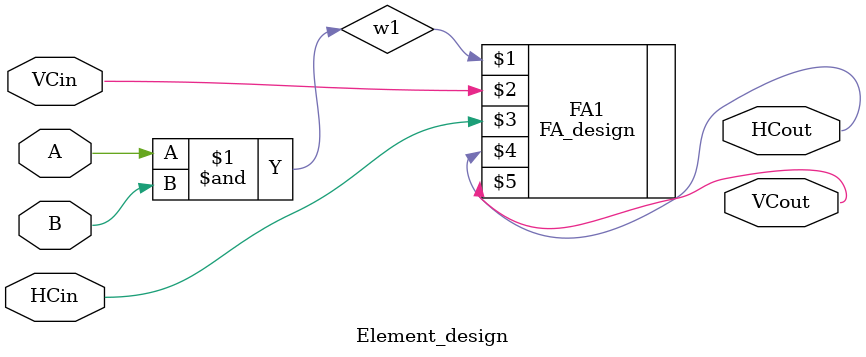
<source format=v>
module Element_design(
    input A, B, HCin, VCin,
    output HCout, VCout
);

    wire w1;
    
    assign w1 = A & B;
    
    FA_design FA1(w1, VCin, HCin, HCout, VCout);

endmodule

</source>
